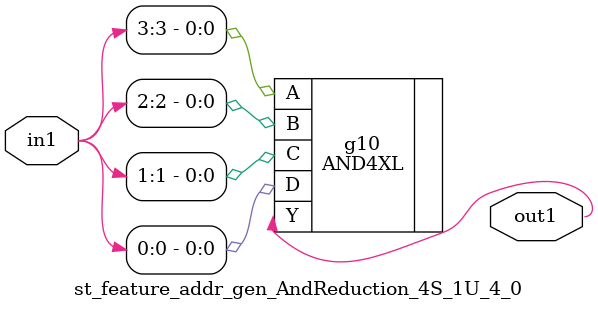
<source format=v>
`timescale 1ps / 1ps


module st_feature_addr_gen_AndReduction_4S_1U_4_0(in1, out1);
  input [3:0] in1;
  output out1;
  wire [3:0] in1;
  wire out1;
  AND4XL g10(.A (in1[3]), .B (in1[2]), .C (in1[1]), .D (in1[0]), .Y
       (out1));
endmodule



</source>
